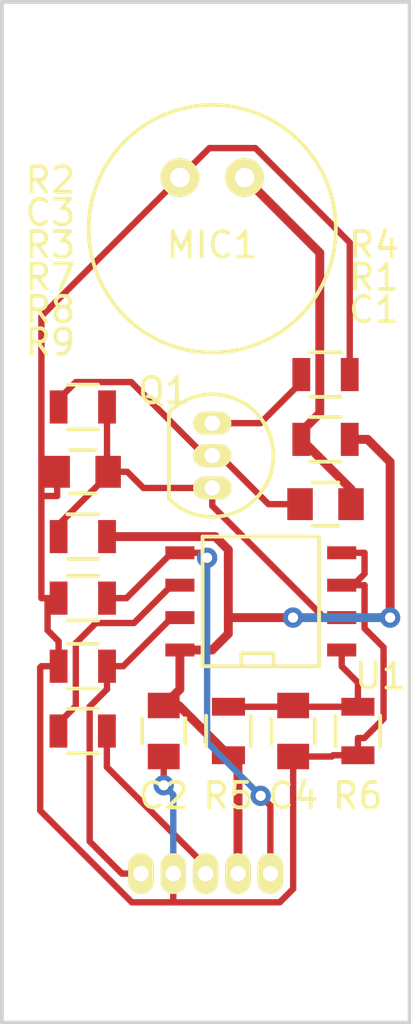
<source format=kicad_pcb>
(kicad_pcb (version 20171130) (host pcbnew "(5.1.12)-1")

  (general
    (thickness 1.6)
    (drawings 6)
    (tracks 133)
    (zones 0)
    (modules 21)
    (nets 12)
  )

  (page A4)
  (layers
    (0 F.Cu signal)
    (31 B.Cu signal)
    (32 B.Adhes user hide)
    (33 F.Adhes user hide)
    (34 B.Paste user hide)
    (35 F.Paste user hide)
    (36 B.SilkS user hide)
    (37 F.SilkS user hide)
    (38 B.Mask user hide)
    (39 F.Mask user hide)
    (40 Dwgs.User user hide)
    (41 Cmts.User user hide)
    (42 Eco1.User user hide)
    (43 Eco2.User user hide)
    (44 Edge.Cuts user)
    (45 Margin user hide)
    (46 B.CrtYd user hide)
    (47 F.CrtYd user hide)
    (48 B.Fab user hide)
    (49 F.Fab user hide)
  )

  (setup
    (last_trace_width 0.25)
    (user_trace_width 0.25)
    (user_trace_width 0.35)
    (trace_clearance 0.2)
    (zone_clearance 0.3)
    (zone_45_only no)
    (trace_min 0.15)
    (via_size 0.8)
    (via_drill 0.4)
    (via_min_size 0.4)
    (via_min_drill 0.3)
    (uvia_size 0.3)
    (uvia_drill 0.1)
    (uvias_allowed no)
    (uvia_min_size 0)
    (uvia_min_drill 0)
    (edge_width 0.15)
    (segment_width 0.2)
    (pcb_text_width 0.3)
    (pcb_text_size 1.5 1.5)
    (mod_edge_width 0.15)
    (mod_text_size 1 1)
    (mod_text_width 0.15)
    (pad_size 1.524 1.524)
    (pad_drill 0.762)
    (pad_to_mask_clearance 0.2)
    (aux_axis_origin 0 0)
    (visible_elements 7FFFFFFF)
    (pcbplotparams
      (layerselection 0x00030_ffffffff)
      (usegerberextensions false)
      (usegerberattributes true)
      (usegerberadvancedattributes true)
      (creategerberjobfile true)
      (excludeedgelayer true)
      (linewidth 0.100000)
      (plotframeref false)
      (viasonmask false)
      (mode 1)
      (useauxorigin false)
      (hpglpennumber 1)
      (hpglpenspeed 20)
      (hpglpendiameter 15.000000)
      (psnegative false)
      (psa4output false)
      (plotreference true)
      (plotvalue true)
      (plotinvisibletext false)
      (padsonsilk false)
      (subtractmaskfromsilk false)
      (outputformat 1)
      (mirror false)
      (drillshape 1)
      (scaleselection 1)
      (outputdirectory ""))
  )

  (net 0 "")
  (net 1 /CLK)
  (net 2 GND)
  (net 3 /DATA)
  (net 4 VCC)
  (net 5 //CS)
  (net 6 "Net-(C1-Pad2)")
  (net 7 "Net-(C1-Pad1)")
  (net 8 /Ampout)
  (net 9 "Net-(Q1-Pad1)")
  (net 10 /Vref)
  (net 11 "Net-(R9-Pad2)")

  (net_class Default "This is the default net class."
    (clearance 0.2)
    (trace_width 0.25)
    (via_dia 0.8)
    (via_drill 0.4)
    (uvia_dia 0.3)
    (uvia_drill 0.1)
    (add_net //CS)
    (add_net /Ampout)
    (add_net /CLK)
    (add_net /DATA)
    (add_net /Vref)
    (add_net GND)
    (add_net "Net-(C1-Pad1)")
    (add_net "Net-(C1-Pad2)")
    (add_net "Net-(Q1-Pad1)")
    (add_net "Net-(R9-Pad2)")
    (add_net VCC)
  )

  (module Mounting_Holes:MountingHole_2.2mm_M2 (layer F.Cu) (tedit 577A9069) (tstamp 577A892E)
    (at 61.895 90.34)
    (descr "Mounting Hole 2.2mm, no annular, M2")
    (tags "mounting hole 2.2mm no annular m2")
    (fp_text reference REF**_4 (at 0 -3.2) (layer F.SilkS) hide
      (effects (font (size 1 1) (thickness 0.15)))
    )
    (fp_text value MountingHole_2.2mm_M2 (at 0 3.2) (layer F.Fab)
      (effects (font (size 1 1) (thickness 0.15)))
    )
    (fp_circle (center 0 0) (end 2.45 0) (layer F.CrtYd) (width 0.05))
    (fp_circle (center 0 0) (end 2.2 0) (layer Cmts.User) (width 0.15))
    (pad 1 np_thru_hole circle (at 0 0) (size 2.2 2.2) (drill 2.2) (layers *.Cu *.Mask F.SilkS))
  )

  (module Mounting_Holes:MountingHole_2.2mm_M2 (layer F.Cu) (tedit 577A906C) (tstamp 577A892A)
    (at 51.895 90.34)
    (descr "Mounting Hole 2.2mm, no annular, M2")
    (tags "mounting hole 2.2mm no annular m2")
    (fp_text reference REF**_3 (at 0 -3.2) (layer F.SilkS) hide
      (effects (font (size 1 1) (thickness 0.15)))
    )
    (fp_text value MountingHole_2.2mm_M2 (at 0 3.2) (layer F.Fab)
      (effects (font (size 1 1) (thickness 0.15)))
    )
    (fp_circle (center 0 0) (end 2.45 0) (layer F.CrtYd) (width 0.05))
    (fp_circle (center 0 0) (end 2.2 0) (layer Cmts.User) (width 0.15))
    (pad 1 np_thru_hole circle (at 0 0) (size 2.2 2.2) (drill 2.2) (layers *.Cu *.Mask F.SilkS))
  )

  (module Mounting_Holes:MountingHole_2.2mm_M2 (layer F.Cu) (tedit 577A9080) (tstamp 577A87FA)
    (at 51.895 56.34)
    (descr "Mounting Hole 2.2mm, no annular, M2")
    (tags "mounting hole 2.2mm no annular m2")
    (fp_text reference REF**_2 (at 0 -3.2) (layer F.SilkS) hide
      (effects (font (size 1 1) (thickness 0.15)))
    )
    (fp_text value MountingHole_2.2mm_M2 (at 0 3.2) (layer F.Fab)
      (effects (font (size 1 1) (thickness 0.15)))
    )
    (fp_circle (center 0 0) (end 2.45 0) (layer F.CrtYd) (width 0.05))
    (fp_circle (center 0 0) (end 2.2 0) (layer Cmts.User) (width 0.15))
    (pad 1 np_thru_hole circle (at 0 0) (size 2.2 2.2) (drill 2.2) (layers *.Cu *.Mask F.SilkS))
  )

  (module custom_footprints:direct_ribbon_01x05 (layer F.Cu) (tedit 577A9070) (tstamp 577A7892)
    (at 56.896 87.503)
    (path /5779C493)
    (fp_text reference P1 (at 0 2.54) (layer F.SilkS) hide
      (effects (font (size 1 1) (thickness 0.15)))
    )
    (fp_text value CONN_01X05 (at 0 -2.54) (layer F.Fab)
      (effects (font (size 1 1) (thickness 0.15)))
    )
    (pad 1 thru_hole oval (at -2.54 0) (size 1 1.6) (drill 0.6) (layers *.Cu *.Mask F.SilkS)
      (net 1 /CLK))
    (pad 2 thru_hole oval (at -1.27 0) (size 1 1.6) (drill 0.6) (layers *.Cu *.Mask F.SilkS)
      (net 2 GND))
    (pad 3 thru_hole oval (at 0 0) (size 1 1.6) (drill 0.6) (layers *.Cu *.Mask F.SilkS)
      (net 3 /DATA))
    (pad 4 thru_hole oval (at 1.27 0) (size 1 1.6) (drill 0.6) (layers *.Cu *.Mask F.SilkS)
      (net 4 VCC))
    (pad 5 thru_hole oval (at 2.54 0) (size 1 1.6) (drill 0.6) (layers *.Cu *.Mask F.SilkS)
      (net 5 //CS))
  )

  (module custom_footprints:Microphone9.7mm (layer F.Cu) (tedit 5779B3C5) (tstamp 577A78A8)
    (at 57.156 62.2289 270)
    (path /5779B4C1)
    (fp_text reference MIC1 (at 0.6361 0.006) (layer F.SilkS)
      (effects (font (size 1 1) (thickness 0.15)))
    )
    (fp_text value CONN_02X01 (at 0 -6.35 270) (layer F.Fab)
      (effects (font (size 1 1) (thickness 0.15)))
    )
    (fp_circle (center 0 0) (end 4.85 0) (layer F.SilkS) (width 0.15))
    (pad 1 thru_hole circle (at -2.0066 -1.27 270) (size 1.524 1.524) (drill 0.762) (layers *.Cu *.Mask F.SilkS)
      (net 6 "Net-(C1-Pad2)"))
    (pad 2 thru_hole circle (at -2.0066 1.27 270) (size 1.524 1.524) (drill 0.762) (layers *.Cu *.Mask F.SilkS)
      (net 2 GND))
  )

  (module TO_SOT_Packages_THT:TO-92_Inline_Narrow_Oval (layer F.Cu) (tedit 54F24281) (tstamp 577A78B9)
    (at 57.156 69.8489 270)
    (descr "TO-92 leads in-line, narrow, oval pads, drill 0.6mm (see NXP sot054_po.pdf)")
    (tags "to-92 sc-43 sc-43a sot54 PA33 transistor")
    (path /5779B72D)
    (fp_text reference Q1 (at -1.2689 1.911) (layer F.SilkS)
      (effects (font (size 1 1) (thickness 0.15)))
    )
    (fp_text value C945 (at 0 3 270) (layer F.Fab)
      (effects (font (size 1 1) (thickness 0.15)))
    )
    (fp_line (start 3.95 1.95) (end 3.95 -2.65) (layer F.CrtYd) (width 0.05))
    (fp_line (start -1.4 -2.65) (end 3.95 -2.65) (layer F.CrtYd) (width 0.05))
    (fp_line (start -0.43 1.7) (end 2.97 1.7) (layer F.SilkS) (width 0.15))
    (fp_line (start -1.4 1.95) (end 3.95 1.95) (layer F.CrtYd) (width 0.05))
    (fp_line (start -1.4 1.95) (end -1.4 -2.65) (layer F.CrtYd) (width 0.05))
    (fp_arc (start 1.27 0) (end 1.27 -2.4) (angle -135) (layer F.SilkS) (width 0.15))
    (fp_arc (start 1.27 0) (end 1.27 -2.4) (angle 135) (layer F.SilkS) (width 0.15))
    (pad 2 thru_hole oval (at 1.27 0 90) (size 0.89916 1.50114) (drill 0.6) (layers *.Cu *.Mask F.SilkS)
      (net 7 "Net-(C1-Pad1)"))
    (pad 3 thru_hole oval (at 2.54 0 90) (size 0.89916 1.50114) (drill 0.6) (layers *.Cu *.Mask F.SilkS)
      (net 8 /Ampout))
    (pad 1 thru_hole oval (at 0 0 90) (size 0.89916 1.50114) (drill 0.6) (layers *.Cu *.Mask F.SilkS)
      (net 9 "Net-(Q1-Pad1)"))
    (model TO_SOT_Packages_THT.3dshapes/TO-92_Inline_Narrow_Oval.wrl
      (offset (xyz 1.269999980926514 0 0))
      (scale (xyz 1 1 1))
      (rotate (xyz 0 0 -90))
    )
  )

  (module SMD_Packages:SOIC-8-N (layer F.Cu) (tedit 0) (tstamp 577A78D1)
    (at 59.061 76.8339 90)
    (descr "Module Narrow CMS SOJ 8 pins large")
    (tags "CMS SOJ")
    (path /5779EA38)
    (attr smd)
    (fp_text reference U1 (at -2.9221 4.693 180) (layer F.SilkS)
      (effects (font (size 1 1) (thickness 0.15)))
    )
    (fp_text value LC549C (at 0 1.27 90) (layer F.Fab)
      (effects (font (size 1 1) (thickness 0.15)))
    )
    (fp_line (start -2.032 0.508) (end -2.54 0.508) (layer F.SilkS) (width 0.15))
    (fp_line (start -2.032 -0.762) (end -2.032 0.508) (layer F.SilkS) (width 0.15))
    (fp_line (start -2.54 -0.762) (end -2.032 -0.762) (layer F.SilkS) (width 0.15))
    (fp_line (start -2.54 2.286) (end -2.54 -2.286) (layer F.SilkS) (width 0.15))
    (fp_line (start 2.54 2.286) (end -2.54 2.286) (layer F.SilkS) (width 0.15))
    (fp_line (start 2.54 -2.286) (end 2.54 2.286) (layer F.SilkS) (width 0.15))
    (fp_line (start -2.54 -2.286) (end 2.54 -2.286) (layer F.SilkS) (width 0.15))
    (pad 8 smd rect (at -1.905 -3.175 90) (size 0.508 1.143) (layers F.Cu F.Paste F.Mask)
      (net 4 VCC))
    (pad 7 smd rect (at -0.635 -3.175 90) (size 0.508 1.143) (layers F.Cu F.Paste F.Mask)
      (net 1 /CLK))
    (pad 6 smd rect (at 0.635 -3.175 90) (size 0.508 1.143) (layers F.Cu F.Paste F.Mask)
      (net 11 "Net-(R9-Pad2)"))
    (pad 5 smd rect (at 1.905 -3.175 90) (size 0.508 1.143) (layers F.Cu F.Paste F.Mask)
      (net 5 //CS))
    (pad 4 smd rect (at 1.905 3.175 90) (size 0.508 1.143) (layers F.Cu F.Paste F.Mask)
      (net 2 GND))
    (pad 3 smd rect (at 0.635 3.175 90) (size 0.508 1.143) (layers F.Cu F.Paste F.Mask)
      (net 2 GND))
    (pad 2 smd rect (at -0.635 3.175 90) (size 0.508 1.143) (layers F.Cu F.Paste F.Mask)
      (net 8 /Ampout))
    (pad 1 smd rect (at -1.905 3.175 90) (size 0.508 1.143) (layers F.Cu F.Paste F.Mask)
      (net 10 /Vref))
    (model SMD_Packages.3dshapes/SOIC-8-N.wrl
      (at (xyz 0 0 0))
      (scale (xyz 0.5 0.38 0.5))
      (rotate (xyz 0 0 0))
    )
  )

  (module Resistors_SMD:R_0805 (layer F.Cu) (tedit 5415CDEB) (tstamp 577A78ED)
    (at 61.601 70.4839 180)
    (descr "Resistor SMD 0805, reflow soldering, Vishay (see dcrcw.pdf)")
    (tags "resistor 0805")
    (path /5779B93F)
    (attr smd)
    (fp_text reference R1 (at -1.899 6.3489 180) (layer F.SilkS)
      (effects (font (size 1 1) (thickness 0.15)))
    )
    (fp_text value 10k (at 0 2.1 180) (layer F.Fab)
      (effects (font (size 1 1) (thickness 0.15)))
    )
    (fp_line (start -0.6 -0.875) (end 0.6 -0.875) (layer F.SilkS) (width 0.15))
    (fp_line (start 0.6 0.875) (end -0.6 0.875) (layer F.SilkS) (width 0.15))
    (fp_line (start 1.6 -1) (end 1.6 1) (layer F.CrtYd) (width 0.05))
    (fp_line (start -1.6 -1) (end -1.6 1) (layer F.CrtYd) (width 0.05))
    (fp_line (start -1.6 1) (end 1.6 1) (layer F.CrtYd) (width 0.05))
    (fp_line (start -1.6 -1) (end 1.6 -1) (layer F.CrtYd) (width 0.05))
    (pad 1 smd rect (at -0.95 0 180) (size 0.7 1.3) (layers F.Cu F.Paste F.Mask)
      (net 4 VCC))
    (pad 2 smd rect (at 0.95 0 180) (size 0.7 1.3) (layers F.Cu F.Paste F.Mask)
      (net 6 "Net-(C1-Pad2)"))
    (model Resistors_SMD.3dshapes/R_0805.wrl
      (at (xyz 0 0 0))
      (scale (xyz 1 1 1))
      (rotate (xyz 0 0 0))
    )
  )

  (module Resistors_SMD:R_0805 (layer F.Cu) (tedit 5415CDEB) (tstamp 577A78FD)
    (at 52.076 69.2139 180)
    (descr "Resistor SMD 0805, reflow soldering, Vishay (see dcrcw.pdf)")
    (tags "resistor 0805")
    (path /5779B7C7)
    (attr smd)
    (fp_text reference R2 (at 1.276 8.8889 180) (layer F.SilkS)
      (effects (font (size 1 1) (thickness 0.15)))
    )
    (fp_text value 100k (at 0 2.1 180) (layer F.Fab)
      (effects (font (size 1 1) (thickness 0.15)))
    )
    (fp_line (start -0.6 -0.875) (end 0.6 -0.875) (layer F.SilkS) (width 0.15))
    (fp_line (start 0.6 0.875) (end -0.6 0.875) (layer F.SilkS) (width 0.15))
    (fp_line (start 1.6 -1) (end 1.6 1) (layer F.CrtYd) (width 0.05))
    (fp_line (start -1.6 -1) (end -1.6 1) (layer F.CrtYd) (width 0.05))
    (fp_line (start -1.6 1) (end 1.6 1) (layer F.CrtYd) (width 0.05))
    (fp_line (start -1.6 -1) (end 1.6 -1) (layer F.CrtYd) (width 0.05))
    (pad 1 smd rect (at -0.95 0 180) (size 0.7 1.3) (layers F.Cu F.Paste F.Mask)
      (net 8 /Ampout))
    (pad 2 smd rect (at 0.95 0 180) (size 0.7 1.3) (layers F.Cu F.Paste F.Mask)
      (net 7 "Net-(C1-Pad1)"))
    (model Resistors_SMD.3dshapes/R_0805.wrl
      (at (xyz 0 0 0))
      (scale (xyz 1 1 1))
      (rotate (xyz 0 0 0))
    )
  )

  (module Resistors_SMD:R_0805 (layer F.Cu) (tedit 5415CDEB) (tstamp 577A790D)
    (at 52.076 74.295 180)
    (descr "Resistor SMD 0805, reflow soldering, Vishay (see dcrcw.pdf)")
    (tags "resistor 0805")
    (path /5779B890)
    (attr smd)
    (fp_text reference R3 (at 1.276 11.43 180) (layer F.SilkS)
      (effects (font (size 1 1) (thickness 0.15)))
    )
    (fp_text value 10k (at 0 2.1 180) (layer F.Fab)
      (effects (font (size 1 1) (thickness 0.15)))
    )
    (fp_line (start -0.6 -0.875) (end 0.6 -0.875) (layer F.SilkS) (width 0.15))
    (fp_line (start 0.6 0.875) (end -0.6 0.875) (layer F.SilkS) (width 0.15))
    (fp_line (start 1.6 -1) (end 1.6 1) (layer F.CrtYd) (width 0.05))
    (fp_line (start -1.6 -1) (end -1.6 1) (layer F.CrtYd) (width 0.05))
    (fp_line (start -1.6 1) (end 1.6 1) (layer F.CrtYd) (width 0.05))
    (fp_line (start -1.6 -1) (end 1.6 -1) (layer F.CrtYd) (width 0.05))
    (pad 1 smd rect (at -0.95 0 180) (size 0.7 1.3) (layers F.Cu F.Paste F.Mask)
      (net 4 VCC))
    (pad 2 smd rect (at 0.95 0 180) (size 0.7 1.3) (layers F.Cu F.Paste F.Mask)
      (net 8 /Ampout))
    (model Resistors_SMD.3dshapes/R_0805.wrl
      (at (xyz 0 0 0))
      (scale (xyz 1 1 1))
      (rotate (xyz 0 0 0))
    )
  )

  (module Resistors_SMD:R_0805 (layer F.Cu) (tedit 5415CDEB) (tstamp 577A791D)
    (at 61.601 67.9439)
    (descr "Resistor SMD 0805, reflow soldering, Vishay (see dcrcw.pdf)")
    (tags "resistor 0805")
    (path /5779BA44)
    (attr smd)
    (fp_text reference R4 (at 1.899 -5.0789) (layer F.SilkS)
      (effects (font (size 1 1) (thickness 0.15)))
    )
    (fp_text value 20R (at 0 2.1) (layer F.Fab)
      (effects (font (size 1 1) (thickness 0.15)))
    )
    (fp_line (start -0.6 -0.875) (end 0.6 -0.875) (layer F.SilkS) (width 0.15))
    (fp_line (start 0.6 0.875) (end -0.6 0.875) (layer F.SilkS) (width 0.15))
    (fp_line (start 1.6 -1) (end 1.6 1) (layer F.CrtYd) (width 0.05))
    (fp_line (start -1.6 -1) (end -1.6 1) (layer F.CrtYd) (width 0.05))
    (fp_line (start -1.6 1) (end 1.6 1) (layer F.CrtYd) (width 0.05))
    (fp_line (start -1.6 -1) (end 1.6 -1) (layer F.CrtYd) (width 0.05))
    (pad 1 smd rect (at -0.95 0) (size 0.7 1.3) (layers F.Cu F.Paste F.Mask)
      (net 9 "Net-(Q1-Pad1)"))
    (pad 2 smd rect (at 0.95 0) (size 0.7 1.3) (layers F.Cu F.Paste F.Mask)
      (net 2 GND))
    (model Resistors_SMD.3dshapes/R_0805.wrl
      (at (xyz 0 0 0))
      (scale (xyz 1 1 1))
      (rotate (xyz 0 0 0))
    )
  )

  (module Resistors_SMD:R_0805 (layer F.Cu) (tedit 5415CDEB) (tstamp 577A792D)
    (at 57.791 81.9139 90)
    (descr "Resistor SMD 0805, reflow soldering, Vishay (see dcrcw.pdf)")
    (tags "resistor 0805")
    (path /5779D0AF)
    (attr smd)
    (fp_text reference R5 (at -2.5411 -0.006 180) (layer F.SilkS)
      (effects (font (size 1 1) (thickness 0.15)))
    )
    (fp_text value 15k (at 0 2.1 90) (layer F.Fab)
      (effects (font (size 1 1) (thickness 0.15)))
    )
    (fp_line (start -0.6 -0.875) (end 0.6 -0.875) (layer F.SilkS) (width 0.15))
    (fp_line (start 0.6 0.875) (end -0.6 0.875) (layer F.SilkS) (width 0.15))
    (fp_line (start 1.6 -1) (end 1.6 1) (layer F.CrtYd) (width 0.05))
    (fp_line (start -1.6 -1) (end -1.6 1) (layer F.CrtYd) (width 0.05))
    (fp_line (start -1.6 1) (end 1.6 1) (layer F.CrtYd) (width 0.05))
    (fp_line (start -1.6 -1) (end 1.6 -1) (layer F.CrtYd) (width 0.05))
    (pad 1 smd rect (at -0.95 0 90) (size 0.7 1.3) (layers F.Cu F.Paste F.Mask)
      (net 4 VCC))
    (pad 2 smd rect (at 0.95 0 90) (size 0.7 1.3) (layers F.Cu F.Paste F.Mask)
      (net 10 /Vref))
    (model Resistors_SMD.3dshapes/R_0805.wrl
      (at (xyz 0 0 0))
      (scale (xyz 1 1 1))
      (rotate (xyz 0 0 0))
    )
  )

  (module Resistors_SMD:R_0805 (layer F.Cu) (tedit 5415CDEB) (tstamp 577A793D)
    (at 62.871 81.9139 270)
    (descr "Resistor SMD 0805, reflow soldering, Vishay (see dcrcw.pdf)")
    (tags "resistor 0805")
    (path /5779D14A)
    (attr smd)
    (fp_text reference R6 (at 2.5411 0.006) (layer F.SilkS)
      (effects (font (size 1 1) (thickness 0.15)))
    )
    (fp_text value 10k (at 0 2.1 270) (layer F.Fab)
      (effects (font (size 1 1) (thickness 0.15)))
    )
    (fp_line (start -0.6 -0.875) (end 0.6 -0.875) (layer F.SilkS) (width 0.15))
    (fp_line (start 0.6 0.875) (end -0.6 0.875) (layer F.SilkS) (width 0.15))
    (fp_line (start 1.6 -1) (end 1.6 1) (layer F.CrtYd) (width 0.05))
    (fp_line (start -1.6 -1) (end -1.6 1) (layer F.CrtYd) (width 0.05))
    (fp_line (start -1.6 1) (end 1.6 1) (layer F.CrtYd) (width 0.05))
    (fp_line (start -1.6 -1) (end 1.6 -1) (layer F.CrtYd) (width 0.05))
    (pad 1 smd rect (at -0.95 0 270) (size 0.7 1.3) (layers F.Cu F.Paste F.Mask)
      (net 10 /Vref))
    (pad 2 smd rect (at 0.95 0 270) (size 0.7 1.3) (layers F.Cu F.Paste F.Mask)
      (net 2 GND))
    (model Resistors_SMD.3dshapes/R_0805.wrl
      (at (xyz 0 0 0))
      (scale (xyz 1 1 1))
      (rotate (xyz 0 0 0))
    )
  )

  (module Capacitors_SMD:C_0805 (layer F.Cu) (tedit 5415D6EA) (tstamp 577A794D)
    (at 61.601 73.0239)
    (descr "Capacitor SMD 0805, reflow soldering, AVX (see smccp.pdf)")
    (tags "capacitor 0805")
    (path /5779B69C)
    (attr smd)
    (fp_text reference C1 (at 1.899 -7.6189) (layer F.SilkS)
      (effects (font (size 1 1) (thickness 0.15)))
    )
    (fp_text value 1uF (at 0 2.1) (layer F.Fab)
      (effects (font (size 1 1) (thickness 0.15)))
    )
    (fp_line (start -0.5 0.85) (end 0.5 0.85) (layer F.SilkS) (width 0.15))
    (fp_line (start 0.5 -0.85) (end -0.5 -0.85) (layer F.SilkS) (width 0.15))
    (fp_line (start 1.8 -1) (end 1.8 1) (layer F.CrtYd) (width 0.05))
    (fp_line (start -1.8 -1) (end -1.8 1) (layer F.CrtYd) (width 0.05))
    (fp_line (start -1.8 1) (end 1.8 1) (layer F.CrtYd) (width 0.05))
    (fp_line (start -1.8 -1) (end 1.8 -1) (layer F.CrtYd) (width 0.05))
    (pad 1 smd rect (at -1 0) (size 1 1.25) (layers F.Cu F.Paste F.Mask)
      (net 7 "Net-(C1-Pad1)"))
    (pad 2 smd rect (at 1 0) (size 1 1.25) (layers F.Cu F.Paste F.Mask)
      (net 6 "Net-(C1-Pad2)"))
    (model Capacitors_SMD.3dshapes/C_0805.wrl
      (at (xyz 0 0 0))
      (scale (xyz 1 1 1))
      (rotate (xyz 0 0 0))
    )
  )

  (module Capacitors_SMD:C_0805 (layer F.Cu) (tedit 5415D6EA) (tstamp 577A795D)
    (at 55.251 81.9139 90)
    (descr "Capacitor SMD 0805, reflow soldering, AVX (see smccp.pdf)")
    (tags "capacitor 0805")
    (path /5779C8E0)
    (attr smd)
    (fp_text reference C2 (at -2.5411 -0.006 180) (layer F.SilkS)
      (effects (font (size 1 1) (thickness 0.15)))
    )
    (fp_text value 1uF (at 0 2.1 90) (layer F.Fab)
      (effects (font (size 1 1) (thickness 0.15)))
    )
    (fp_line (start -0.5 0.85) (end 0.5 0.85) (layer F.SilkS) (width 0.15))
    (fp_line (start 0.5 -0.85) (end -0.5 -0.85) (layer F.SilkS) (width 0.15))
    (fp_line (start 1.8 -1) (end 1.8 1) (layer F.CrtYd) (width 0.05))
    (fp_line (start -1.8 -1) (end -1.8 1) (layer F.CrtYd) (width 0.05))
    (fp_line (start -1.8 1) (end 1.8 1) (layer F.CrtYd) (width 0.05))
    (fp_line (start -1.8 -1) (end 1.8 -1) (layer F.CrtYd) (width 0.05))
    (pad 1 smd rect (at -1 0 90) (size 1 1.25) (layers F.Cu F.Paste F.Mask)
      (net 2 GND))
    (pad 2 smd rect (at 1 0 90) (size 1 1.25) (layers F.Cu F.Paste F.Mask)
      (net 4 VCC))
    (model Capacitors_SMD.3dshapes/C_0805.wrl
      (at (xyz 0 0 0))
      (scale (xyz 1 1 1))
      (rotate (xyz 0 0 0))
    )
  )

  (module Capacitors_SMD:C_0805 (layer F.Cu) (tedit 5415D6EA) (tstamp 577A796D)
    (at 52.07 71.755)
    (descr "Capacitor SMD 0805, reflow soldering, AVX (see smccp.pdf)")
    (tags "capacitor 0805")
    (path /5779BDD4)
    (attr smd)
    (fp_text reference C3 (at -1.27 -10.16) (layer F.SilkS)
      (effects (font (size 1 1) (thickness 0.15)))
    )
    (fp_text value 1nF (at 0 2.1) (layer F.Fab)
      (effects (font (size 1 1) (thickness 0.15)))
    )
    (fp_line (start -0.5 0.85) (end 0.5 0.85) (layer F.SilkS) (width 0.15))
    (fp_line (start 0.5 -0.85) (end -0.5 -0.85) (layer F.SilkS) (width 0.15))
    (fp_line (start 1.8 -1) (end 1.8 1) (layer F.CrtYd) (width 0.05))
    (fp_line (start -1.8 -1) (end -1.8 1) (layer F.CrtYd) (width 0.05))
    (fp_line (start -1.8 1) (end 1.8 1) (layer F.CrtYd) (width 0.05))
    (fp_line (start -1.8 -1) (end 1.8 -1) (layer F.CrtYd) (width 0.05))
    (pad 1 smd rect (at -1 0) (size 1 1.25) (layers F.Cu F.Paste F.Mask)
      (net 2 GND))
    (pad 2 smd rect (at 1 0) (size 1 1.25) (layers F.Cu F.Paste F.Mask)
      (net 8 /Ampout))
    (model Capacitors_SMD.3dshapes/C_0805.wrl
      (at (xyz 0 0 0))
      (scale (xyz 1 1 1))
      (rotate (xyz 0 0 0))
    )
  )

  (module Capacitors_SMD:C_0805 (layer F.Cu) (tedit 5415D6EA) (tstamp 577A797D)
    (at 60.331 81.9139 90)
    (descr "Capacitor SMD 0805, reflow soldering, AVX (see smccp.pdf)")
    (tags "capacitor 0805")
    (path /5779D303)
    (attr smd)
    (fp_text reference C4 (at -2.5411 -0.006 180) (layer F.SilkS)
      (effects (font (size 1 1) (thickness 0.15)))
    )
    (fp_text value 1uF (at 0 2.1 90) (layer F.Fab)
      (effects (font (size 1 1) (thickness 0.15)))
    )
    (fp_line (start -0.5 0.85) (end 0.5 0.85) (layer F.SilkS) (width 0.15))
    (fp_line (start 0.5 -0.85) (end -0.5 -0.85) (layer F.SilkS) (width 0.15))
    (fp_line (start 1.8 -1) (end 1.8 1) (layer F.CrtYd) (width 0.05))
    (fp_line (start -1.8 -1) (end -1.8 1) (layer F.CrtYd) (width 0.05))
    (fp_line (start -1.8 1) (end 1.8 1) (layer F.CrtYd) (width 0.05))
    (fp_line (start -1.8 -1) (end 1.8 -1) (layer F.CrtYd) (width 0.05))
    (pad 1 smd rect (at -1 0 90) (size 1 1.25) (layers F.Cu F.Paste F.Mask)
      (net 2 GND))
    (pad 2 smd rect (at 1 0 90) (size 1 1.25) (layers F.Cu F.Paste F.Mask)
      (net 10 /Vref))
    (model Capacitors_SMD.3dshapes/C_0805.wrl
      (at (xyz 0 0 0))
      (scale (xyz 1 1 1))
      (rotate (xyz 0 0 0))
    )
  )

  (module Resistors_SMD:R_0805 (layer F.Cu) (tedit 5415CDEB) (tstamp 577A7D36)
    (at 52.076 76.7069 180)
    (descr "Resistor SMD 0805, reflow soldering, Vishay (see dcrcw.pdf)")
    (tags "resistor 0805")
    (path /577A8518)
    (attr smd)
    (fp_text reference R7 (at 1.276 12.5719 180) (layer F.SilkS)
      (effects (font (size 1 1) (thickness 0.15)))
    )
    (fp_text value 1k (at 0 2.1 180) (layer F.Fab)
      (effects (font (size 1 1) (thickness 0.15)))
    )
    (fp_line (start -0.6 -0.875) (end 0.6 -0.875) (layer F.SilkS) (width 0.15))
    (fp_line (start 0.6 0.875) (end -0.6 0.875) (layer F.SilkS) (width 0.15))
    (fp_line (start 1.6 -1) (end 1.6 1) (layer F.CrtYd) (width 0.05))
    (fp_line (start -1.6 -1) (end -1.6 1) (layer F.CrtYd) (width 0.05))
    (fp_line (start -1.6 1) (end 1.6 1) (layer F.CrtYd) (width 0.05))
    (fp_line (start -1.6 -1) (end 1.6 -1) (layer F.CrtYd) (width 0.05))
    (pad 1 smd rect (at -0.95 0 180) (size 0.7 1.3) (layers F.Cu F.Paste F.Mask)
      (net 5 //CS))
    (pad 2 smd rect (at 0.95 0 180) (size 0.7 1.3) (layers F.Cu F.Paste F.Mask)
      (net 2 GND))
    (model Resistors_SMD.3dshapes/R_0805.wrl
      (at (xyz 0 0 0))
      (scale (xyz 1 1 1))
      (rotate (xyz 0 0 0))
    )
  )

  (module Resistors_SMD:R_0805 (layer F.Cu) (tedit 5415CDEB) (tstamp 577A7D3C)
    (at 52.076 79.375 180)
    (descr "Resistor SMD 0805, reflow soldering, Vishay (see dcrcw.pdf)")
    (tags "resistor 0805")
    (path /577A82C6)
    (attr smd)
    (fp_text reference R8 (at 1.276 13.97 180) (layer F.SilkS)
      (effects (font (size 1 1) (thickness 0.15)))
    )
    (fp_text value 1k (at 0 2.1 180) (layer F.Fab)
      (effects (font (size 1 1) (thickness 0.15)))
    )
    (fp_line (start -0.6 -0.875) (end 0.6 -0.875) (layer F.SilkS) (width 0.15))
    (fp_line (start 0.6 0.875) (end -0.6 0.875) (layer F.SilkS) (width 0.15))
    (fp_line (start 1.6 -1) (end 1.6 1) (layer F.CrtYd) (width 0.05))
    (fp_line (start -1.6 -1) (end -1.6 1) (layer F.CrtYd) (width 0.05))
    (fp_line (start -1.6 1) (end 1.6 1) (layer F.CrtYd) (width 0.05))
    (fp_line (start -1.6 -1) (end 1.6 -1) (layer F.CrtYd) (width 0.05))
    (pad 1 smd rect (at -0.95 0 180) (size 0.7 1.3) (layers F.Cu F.Paste F.Mask)
      (net 1 /CLK))
    (pad 2 smd rect (at 0.95 0 180) (size 0.7 1.3) (layers F.Cu F.Paste F.Mask)
      (net 2 GND))
    (model Resistors_SMD.3dshapes/R_0805.wrl
      (at (xyz 0 0 0))
      (scale (xyz 1 1 1))
      (rotate (xyz 0 0 0))
    )
  )

  (module Resistors_SMD:R_0805 (layer F.Cu) (tedit 5415CDEB) (tstamp 577A7D42)
    (at 52.07 81.915 180)
    (descr "Resistor SMD 0805, reflow soldering, Vishay (see dcrcw.pdf)")
    (tags "resistor 0805")
    (path /577A8125)
    (attr smd)
    (fp_text reference R9 (at 1.27 15.24 180) (layer F.SilkS)
      (effects (font (size 1 1) (thickness 0.15)))
    )
    (fp_text value 100R (at 0 2.1 180) (layer F.Fab)
      (effects (font (size 1 1) (thickness 0.15)))
    )
    (fp_line (start -0.6 -0.875) (end 0.6 -0.875) (layer F.SilkS) (width 0.15))
    (fp_line (start 0.6 0.875) (end -0.6 0.875) (layer F.SilkS) (width 0.15))
    (fp_line (start 1.6 -1) (end 1.6 1) (layer F.CrtYd) (width 0.05))
    (fp_line (start -1.6 -1) (end -1.6 1) (layer F.CrtYd) (width 0.05))
    (fp_line (start -1.6 1) (end 1.6 1) (layer F.CrtYd) (width 0.05))
    (fp_line (start -1.6 -1) (end 1.6 -1) (layer F.CrtYd) (width 0.05))
    (pad 1 smd rect (at -0.95 0 180) (size 0.7 1.3) (layers F.Cu F.Paste F.Mask)
      (net 3 /DATA))
    (pad 2 smd rect (at 0.95 0 180) (size 0.7 1.3) (layers F.Cu F.Paste F.Mask)
      (net 11 "Net-(R9-Pad2)"))
    (model Resistors_SMD.3dshapes/R_0805.wrl
      (at (xyz 0 0 0))
      (scale (xyz 1 1 1))
      (rotate (xyz 0 0 0))
    )
  )

  (module Mounting_Holes:MountingHole_2.2mm_M2 (layer F.Cu) (tedit 577A907D) (tstamp 577A87F8)
    (at 61.895 56.34)
    (descr "Mounting Hole 2.2mm, no annular, M2")
    (tags "mounting hole 2.2mm no annular m2")
    (fp_text reference REF** (at 0 -3.2) (layer F.SilkS) hide
      (effects (font (size 1 1) (thickness 0.15)))
    )
    (fp_text value MountingHole_2.2mm_M2 (at 0 3.2) (layer F.Fab)
      (effects (font (size 1 1) (thickness 0.15)))
    )
    (fp_circle (center 0 0) (end 2.45 0) (layer F.CrtYd) (width 0.05))
    (fp_circle (center 0 0) (end 2.2 0) (layer Cmts.User) (width 0.15))
    (pad 1 np_thru_hole circle (at 0 0) (size 2.2 2.2) (drill 2.2) (layers *.Cu *.Mask F.SilkS))
  )

  (dimension 16 (width 0.3) (layer Dwgs.User)
    (gr_text "16.000 mm" (at 57 97.35) (layer Dwgs.User)
      (effects (font (size 1.5 1.5) (thickness 0.3)))
    )
    (feature1 (pts (xy 49 93.5) (xy 49 98.7)))
    (feature2 (pts (xy 65 93.5) (xy 65 98.7)))
    (crossbar (pts (xy 65 96) (xy 49 96)))
    (arrow1a (pts (xy 49 96) (xy 50.126504 95.413579)))
    (arrow1b (pts (xy 49 96) (xy 50.126504 96.586421)))
    (arrow2a (pts (xy 65 96) (xy 63.873496 95.413579)))
    (arrow2b (pts (xy 65 96) (xy 63.873496 96.586421)))
  )
  (dimension 40 (width 0.3) (layer Dwgs.User)
    (gr_text "40.000 mm" (at 69.6 73.25 270) (layer Dwgs.User)
      (effects (font (size 1.5 1.5) (thickness 0.3)))
    )
    (feature1 (pts (xy 65 93.25) (xy 70.95 93.25)))
    (feature2 (pts (xy 65 53.25) (xy 70.95 53.25)))
    (crossbar (pts (xy 68.25 53.25) (xy 68.25 93.25)))
    (arrow1a (pts (xy 68.25 93.25) (xy 67.663579 92.123496)))
    (arrow1b (pts (xy 68.25 93.25) (xy 68.836421 92.123496)))
    (arrow2a (pts (xy 68.25 53.25) (xy 67.663579 54.376504)))
    (arrow2b (pts (xy 68.25 53.25) (xy 68.836421 54.376504)))
  )
  (gr_line (start 48.901 93.3389) (end 48.901 53.3389) (layer Edge.Cuts) (width 0.15))
  (gr_line (start 64.901 93.3389) (end 48.901 93.3389) (layer Edge.Cuts) (width 0.15))
  (gr_line (start 64.901 53.3389) (end 64.901 93.3389) (layer Edge.Cuts) (width 0.15))
  (gr_line (start 48.901 53.3389) (end 64.901 53.3389) (layer Edge.Cuts) (width 0.15))

  (segment (start 53.026 79.375) (end 53.6624 79.375) (width 0.25) (layer F.Cu) (net 1))
  (segment (start 53.6624 79.375) (end 55.5685 77.4689) (width 0.25) (layer F.Cu) (net 1))
  (segment (start 55.5685 77.4689) (end 55.886 77.4689) (width 0.25) (layer F.Cu) (net 1))
  (segment (start 54.356 87.503) (end 53.606 87.503) (width 0.25) (layer F.Cu) (net 1))
  (segment (start 53.606 87.503) (end 52.345 86.242) (width 0.25) (layer F.Cu) (net 1))
  (segment (start 52.345 86.242) (end 52.345 80.956) (width 0.25) (layer F.Cu) (net 1))
  (segment (start 52.345 80.956) (end 53.026 80.275) (width 0.25) (layer F.Cu) (net 1))
  (segment (start 53.026 80.275) (end 53.026 79.375) (width 0.25) (layer F.Cu) (net 1))
  (segment (start 50.4509 72.7051) (end 50.4509 76.7069) (width 0.25) (layer F.Cu) (net 2))
  (segment (start 55.886 60.2223) (end 50.4509 65.6574) (width 0.25) (layer F.Cu) (net 2))
  (segment (start 50.4509 65.6574) (end 50.4509 72.7051) (width 0.25) (layer F.Cu) (net 2))
  (segment (start 51.07 72.7051) (end 50.4509 72.7051) (width 0.25) (layer F.Cu) (net 2))
  (segment (start 62.551 67.9439) (end 62.551 62.7713) (width 0.25) (layer F.Cu) (net 2))
  (segment (start 62.551 62.7713) (end 58.8481 59.0684) (width 0.25) (layer F.Cu) (net 2))
  (segment (start 58.8481 59.0684) (end 57.0399 59.0684) (width 0.25) (layer F.Cu) (net 2))
  (segment (start 57.0399 59.0684) (end 55.886 60.2223) (width 0.25) (layer F.Cu) (net 2))
  (segment (start 60.331 82.9139) (end 60.331 88.1011) (width 0.25) (layer F.Cu) (net 2))
  (segment (start 60.331 88.1011) (end 59.804 88.6281) (width 0.25) (layer F.Cu) (net 2))
  (segment (start 59.804 88.6281) (end 55.626 88.6281) (width 0.25) (layer F.Cu) (net 2))
  (segment (start 55.626 88.6281) (end 55.626 87.503) (width 0.25) (layer F.Cu) (net 2))
  (segment (start 60.331 82.9139) (end 61.8459 82.9139) (width 0.25) (layer F.Cu) (net 2))
  (segment (start 61.8459 82.9139) (end 61.8959 82.8639) (width 0.25) (layer F.Cu) (net 2))
  (segment (start 62.236 74.9289) (end 63.1326 74.9289) (width 0.25) (layer F.Cu) (net 2))
  (segment (start 62.6843 76.1989) (end 63.1326 75.7506) (width 0.25) (layer F.Cu) (net 2))
  (segment (start 63.1326 75.7506) (end 63.1326 74.9289) (width 0.25) (layer F.Cu) (net 2))
  (segment (start 62.6843 76.1989) (end 63.1326 76.1989) (width 0.25) (layer F.Cu) (net 2))
  (segment (start 62.236 76.1989) (end 62.6843 76.1989) (width 0.25) (layer F.Cu) (net 2))
  (segment (start 62.871 82.8639) (end 62.871 82.1888) (width 0.25) (layer F.Cu) (net 2))
  (segment (start 62.871 82.1888) (end 63.1242 82.1888) (width 0.25) (layer F.Cu) (net 2))
  (segment (start 63.1242 82.1888) (end 63.879 81.434) (width 0.25) (layer F.Cu) (net 2))
  (segment (start 63.879 81.434) (end 63.879 78.6387) (width 0.25) (layer F.Cu) (net 2))
  (segment (start 63.879 78.6387) (end 63.1326 77.8923) (width 0.25) (layer F.Cu) (net 2))
  (segment (start 63.1326 77.8923) (end 63.1326 76.1989) (width 0.25) (layer F.Cu) (net 2))
  (segment (start 62.3835 82.8639) (end 62.871 82.8639) (width 0.25) (layer F.Cu) (net 2))
  (segment (start 62.3835 82.8639) (end 61.8959 82.8639) (width 0.25) (layer F.Cu) (net 2))
  (segment (start 51.126 79.375) (end 50.4509 79.375) (width 0.25) (layer F.Cu) (net 2))
  (segment (start 50.4509 79.375) (end 50.4036 79.4223) (width 0.25) (layer F.Cu) (net 2))
  (segment (start 50.4036 79.4223) (end 50.4036 85.0309) (width 0.25) (layer F.Cu) (net 2))
  (segment (start 50.4036 85.0309) (end 54.0008 88.6281) (width 0.25) (layer F.Cu) (net 2))
  (segment (start 54.0008 88.6281) (end 55.626 88.6281) (width 0.25) (layer F.Cu) (net 2))
  (segment (start 51.126 78.8874) (end 51.126 79.375) (width 0.25) (layer F.Cu) (net 2))
  (segment (start 51.126 78.8874) (end 51.126 78.3999) (width 0.25) (layer F.Cu) (net 2))
  (segment (start 50.6932 76.7069) (end 50.4509 76.7069) (width 0.25) (layer F.Cu) (net 2))
  (segment (start 51.126 76.7069) (end 50.6932 76.7069) (width 0.25) (layer F.Cu) (net 2))
  (segment (start 51.126 78.3999) (end 50.6932 77.9671) (width 0.25) (layer F.Cu) (net 2))
  (segment (start 50.6932 77.9671) (end 50.6932 76.7069) (width 0.25) (layer F.Cu) (net 2))
  (segment (start 55.251 83.739) (end 55.251 84.0397) (width 0.25) (layer F.Cu) (net 2))
  (segment (start 55.626 87.503) (end 55.626 84.4147) (width 0.25) (layer B.Cu) (net 2))
  (segment (start 55.626 84.4147) (end 55.251 84.0397) (width 0.25) (layer B.Cu) (net 2))
  (segment (start 55.251 82.9139) (end 55.251 83.739) (width 0.25) (layer F.Cu) (net 2))
  (segment (start 51.07 71.755) (end 51.07 72.7051) (width 0.25) (layer F.Cu) (net 2))
  (via (at 55.251 84.0397) (size 0.8) (layers F.Cu B.Cu) (net 2))
  (segment (start 56.896 87.503) (end 56.896 87.203) (width 0.25) (layer F.Cu) (net 3))
  (segment (start 56.896 87.203) (end 53.02 83.327) (width 0.25) (layer F.Cu) (net 3))
  (segment (start 53.02 83.327) (end 53.02 81.915) (width 0.25) (layer F.Cu) (net 3))
  (segment (start 55.251 80.9139) (end 55.841 80.9139) (width 0.35) (layer F.Cu) (net 4))
  (segment (start 55.841 80.9139) (end 57.791 82.8639) (width 0.35) (layer F.Cu) (net 4))
  (segment (start 55.886 78.7389) (end 55.886 80.2789) (width 0.35) (layer F.Cu) (net 4))
  (segment (start 55.886 80.2789) (end 55.251 80.9139) (width 0.35) (layer F.Cu) (net 4))
  (segment (start 57.785 77.47) (end 57.785 78.105) (width 0.35) (layer F.Cu) (net 4))
  (segment (start 57.785 78.105) (end 57.1511 78.7389) (width 0.35) (layer F.Cu) (net 4))
  (segment (start 57.1511 78.7389) (end 55.886 78.7389) (width 0.35) (layer F.Cu) (net 4))
  (segment (start 53.026 74.295) (end 57.2717 74.295) (width 0.35) (layer F.Cu) (net 4))
  (segment (start 57.2717 74.295) (end 57.785 74.8083) (width 0.35) (layer F.Cu) (net 4))
  (segment (start 57.785 74.8083) (end 57.785 77.47) (width 0.35) (layer F.Cu) (net 4))
  (segment (start 58.166 87.503) (end 58.166 83.2389) (width 0.35) (layer F.Cu) (net 4))
  (segment (start 58.166 83.2389) (end 57.791 82.8639) (width 0.35) (layer F.Cu) (net 4))
  (segment (start 62.551 70.4839) (end 62.551 70.7839) (width 0.35) (layer F.Cu) (net 4))
  (segment (start 57.785 77.47) (end 60.325 77.47) (width 0.35) (layer F.Cu) (net 4))
  (segment (start 60.325 77.47) (end 64.135 77.47) (width 0.35) (layer B.Cu) (net 4))
  (segment (start 64.135 77.47) (end 64.135 71.3679) (width 0.35) (layer F.Cu) (net 4))
  (segment (start 64.135 71.3679) (end 63.251 70.4839) (width 0.35) (layer F.Cu) (net 4))
  (segment (start 63.251 70.4839) (end 62.551 70.4839) (width 0.35) (layer F.Cu) (net 4))
  (via (at 60.325 77.47) (size 0.8) (layers F.Cu B.Cu) (net 4))
  (via (at 64.135 77.47) (size 0.8) (layers F.Cu B.Cu) (net 4))
  (segment (start 59.436 87.503) (end 59.436 84.836) (width 0.25) (layer F.Cu) (net 5))
  (segment (start 59.436 84.836) (end 59.055 84.455) (width 0.25) (layer F.Cu) (net 5))
  (segment (start 59.055 84.455) (end 56.9548 82.3548) (width 0.25) (layer B.Cu) (net 5))
  (segment (start 56.9548 82.3548) (end 56.9548 75.1252) (width 0.25) (layer B.Cu) (net 5))
  (segment (start 56.9548 75.1252) (end 56.7102 75.1252) (width 0.25) (layer F.Cu) (net 5))
  (segment (start 56.7102 75.1252) (end 56.7102 74.9316) (width 0.25) (layer F.Cu) (net 5))
  (segment (start 56.7102 74.9316) (end 56.7075 74.9289) (width 0.25) (layer F.Cu) (net 5))
  (segment (start 56.7075 74.9289) (end 55.886 74.9289) (width 0.25) (layer F.Cu) (net 5))
  (segment (start 53.026 76.7069) (end 53.7905 76.7069) (width 0.25) (layer F.Cu) (net 5))
  (segment (start 53.7905 76.7069) (end 55.5685 74.9289) (width 0.25) (layer F.Cu) (net 5))
  (segment (start 55.5685 74.9289) (end 55.886 74.9289) (width 0.25) (layer F.Cu) (net 5))
  (via (at 59.055 84.455) (size 0.8) (layers F.Cu B.Cu) (net 5))
  (via (at 56.9548 75.1252) (size 0.8) (layers F.Cu B.Cu) (net 5))
  (segment (start 60.651 70.4839) (end 60.651 70.1839) (width 0.35) (layer F.Cu) (net 6))
  (segment (start 60.651 70.1839) (end 61.376 69.4589) (width 0.35) (layer F.Cu) (net 6))
  (segment (start 61.376 69.4589) (end 61.376 63.1723) (width 0.35) (layer F.Cu) (net 6))
  (segment (start 61.376 63.1723) (end 58.426 60.2223) (width 0.35) (layer F.Cu) (net 6))
  (segment (start 62.601 73.0239) (end 62.601 72.4339) (width 0.35) (layer F.Cu) (net 6))
  (segment (start 62.601 72.4339) (end 60.651 70.4839) (width 0.35) (layer F.Cu) (net 6))
  (segment (start 60.601 73.0239) (end 59.362 73.0239) (width 0.25) (layer F.Cu) (net 7))
  (segment (start 59.362 73.0239) (end 57.457 71.1189) (width 0.25) (layer F.Cu) (net 7))
  (segment (start 57.457 71.1189) (end 57.156 71.1189) (width 0.25) (layer F.Cu) (net 7))
  (segment (start 51.126 69.2139) (end 51.126 68.9139) (width 0.25) (layer F.Cu) (net 7))
  (segment (start 51.126 68.9139) (end 51.801 68.2389) (width 0.25) (layer F.Cu) (net 7))
  (segment (start 51.801 68.2389) (end 53.975 68.2389) (width 0.25) (layer F.Cu) (net 7))
  (segment (start 53.975 68.2389) (end 56.855 71.1189) (width 0.25) (layer F.Cu) (net 7))
  (segment (start 56.855 71.1189) (end 57.156 71.1189) (width 0.25) (layer F.Cu) (net 7))
  (segment (start 53.07 71.755) (end 53.82 71.755) (width 0.25) (layer F.Cu) (net 8))
  (segment (start 53.82 71.755) (end 54.4539 72.3889) (width 0.25) (layer F.Cu) (net 8))
  (segment (start 54.4539 72.3889) (end 56.855 72.3889) (width 0.25) (layer F.Cu) (net 8))
  (segment (start 53.026 69.2139) (end 53.026 71.711) (width 0.25) (layer F.Cu) (net 8))
  (segment (start 53.026 71.711) (end 53.07 71.755) (width 0.25) (layer F.Cu) (net 8))
  (segment (start 57.156 72.3889) (end 57.156 73.0885) (width 0.25) (layer F.Cu) (net 8))
  (segment (start 57.156 73.0885) (end 61.5364 77.4689) (width 0.25) (layer F.Cu) (net 8))
  (segment (start 61.5364 77.4689) (end 62.236 77.4689) (width 0.25) (layer F.Cu) (net 8))
  (segment (start 56.855 72.3889) (end 57.156 72.3889) (width 0.25) (layer F.Cu) (net 8))
  (segment (start 57.156 72.3889) (end 56.855 72.3889) (width 0.25) (layer F.Cu) (net 8))
  (segment (start 53.026 71.799) (end 53.07 71.755) (width 0.25) (layer F.Cu) (net 8))
  (segment (start 51.126 74.295) (end 51.126 73.824) (width 0.25) (layer F.Cu) (net 8))
  (segment (start 51.126 73.824) (end 53.07 71.88) (width 0.25) (layer F.Cu) (net 8))
  (segment (start 53.07 71.88) (end 53.07 71.755) (width 0.25) (layer F.Cu) (net 8))
  (segment (start 57.156 69.8489) (end 59.046 69.8489) (width 0.25) (layer F.Cu) (net 9))
  (segment (start 59.046 69.8489) (end 60.651 68.2439) (width 0.25) (layer F.Cu) (net 9))
  (segment (start 60.651 68.2439) (end 60.651 67.9439) (width 0.25) (layer F.Cu) (net 9))
  (segment (start 57.791 80.9639) (end 60.281 80.9639) (width 0.25) (layer F.Cu) (net 10))
  (segment (start 60.281 80.9639) (end 60.331 80.9139) (width 0.25) (layer F.Cu) (net 10))
  (segment (start 62.236 78.7389) (end 62.236 79.381) (width 0.25) (layer F.Cu) (net 10))
  (segment (start 62.236 79.381) (end 62.871 80.016) (width 0.25) (layer F.Cu) (net 10))
  (segment (start 62.871 80.016) (end 62.871 80.9639) (width 0.25) (layer F.Cu) (net 10))
  (segment (start 62.871 80.9639) (end 60.381 80.9639) (width 0.25) (layer F.Cu) (net 10))
  (segment (start 60.381 80.9639) (end 60.331 80.9139) (width 0.25) (layer F.Cu) (net 10))
  (segment (start 51.12 81.915) (end 51.12 81.615) (width 0.25) (layer F.Cu) (net 11))
  (segment (start 51.12 81.615) (end 51.801 80.934) (width 0.25) (layer F.Cu) (net 11))
  (segment (start 51.801 80.934) (end 51.801 78.471) (width 0.25) (layer F.Cu) (net 11))
  (segment (start 51.801 78.471) (end 52.5901 77.6819) (width 0.25) (layer F.Cu) (net 11))
  (segment (start 52.5901 77.6819) (end 54.0855 77.6819) (width 0.25) (layer F.Cu) (net 11))
  (segment (start 54.0855 77.6819) (end 55.5685 76.1989) (width 0.25) (layer F.Cu) (net 11))
  (segment (start 55.5685 76.1989) (end 55.886 76.1989) (width 0.25) (layer F.Cu) (net 11))

)

</source>
